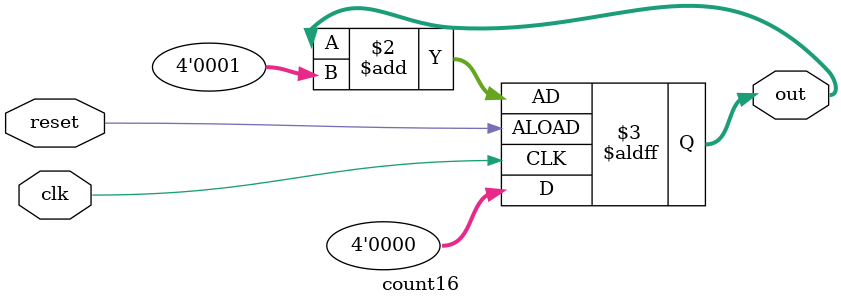
<source format=v>
module count16(clk, reset, out);
  input clk, reset;
  output[3:0] out;

  reg[3:0] out;

  always @ (posedge clk or negedge reset)
    begin
      if (reset)
        out <= 4'b0000;
      else
        out <= out + 4'b0001;
    end


endmodule

</source>
